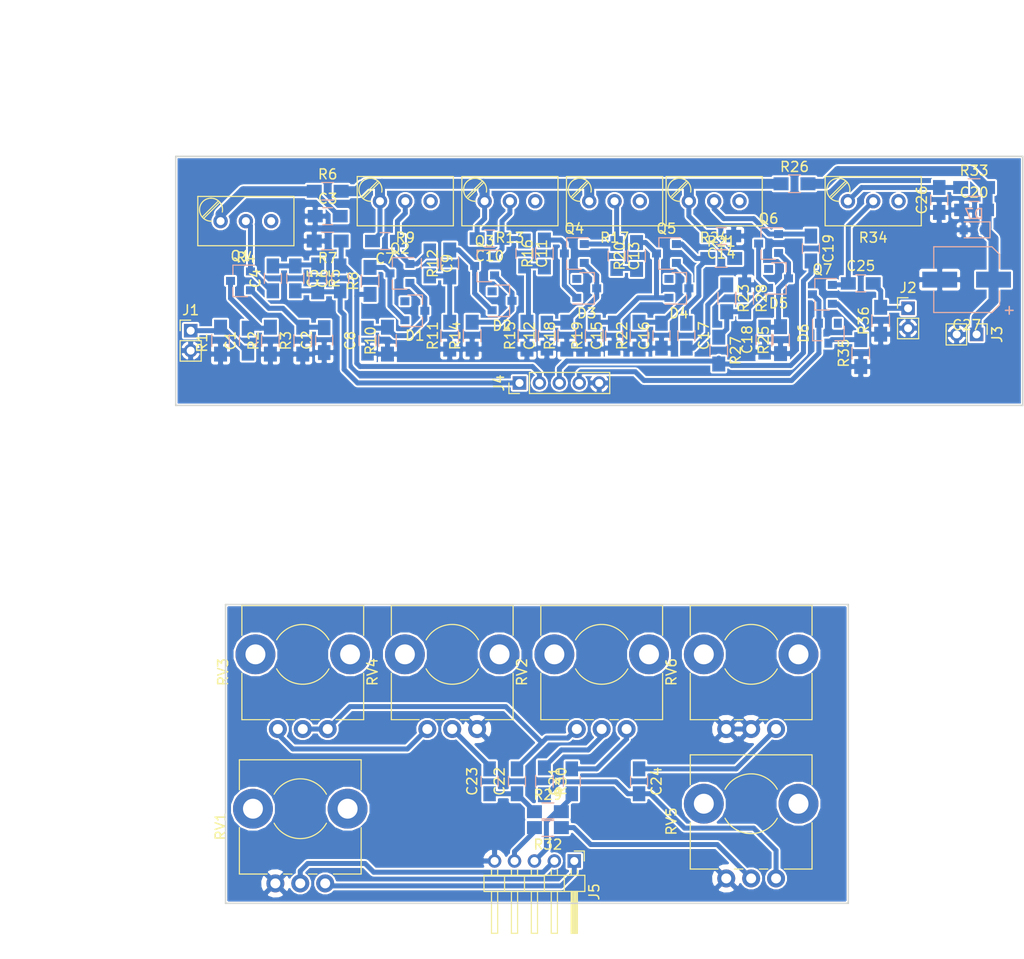
<source format=kicad_pcb>
(kicad_pcb (version 20171130) (host pcbnew "(5.1.7)-1")
  (layers (0 F.Cu signal) (31 B.Cu signal) (34 B.Paste user) (35 F.Paste user) (36 B.SilkS user) (37 F.SilkS user) (38 B.Mask user) (39 F.Mask user) (44 Edge.Cuts user))
  (net 0 "")
  (net 1 "Net-(C1-Pad1)")
  (net 2 input)
  (net 3 "Net-(C2-Pad1)")
  (net 4 GND)
  (net 5 "Net-(C3-Pad1)")
  (net 6 "Net-(C4-Pad1)")
  (net 7 "Net-(C4-Pad2)")
  (net 8 "Net-(C10-Pad1)")
  (net 9 "Net-(C7-Pad2)")
  (net 10 "Net-(C8-Pad1)")
  (net 11 "Net-(C9-Pad1)")
  (net 12 "Net-(C10-Pad2)")
  (net 13 "Net-(C11-Pad1)")
  (net 14 "Net-(C12-Pad1)")
  (net 15 "Net-(C13-Pad1)")
  (net 16 "Net-(C13-Pad2)")
  (net 17 "Net-(C15-Pad1)")
  (net 18 "Net-(C16-Pad1)")
  (net 19 "Net-(C17-Pad1)")
  (net 20 "Net-(C17-Pad2)")
  (net 21 "Net-(C18-Pad1)")
  (net 22 "Net-(C19-Pad2)")
  (net 23 power)
  (net 24 "Net-(C21-Pad1)")
  (net 25 "Net-(C22-Pad1)")
  (net 26 "Net-(C22-Pad2)")
  (net 27 "Net-(C23-Pad1)")
  (net 28 "Net-(C24-Pad1)")
  (net 29 "Net-(C24-Pad2)")
  (net 30 output)
  (net 31 "Net-(C25-Pad2)")
  (net 32 "Net-(C26-Pad1)")
  (net 33 "Net-(D1-Pad2)")
  (net 34 "Net-(D2-Pad2)")
  (net 35 "Net-(D2-Pad1)")
  (net 36 "Net-(D3-Pad2)")
  (net 37 "Net-(D5-Pad2)")
  (net 38 "Net-(D6-Pad1)")
  (net 39 "Net-(R30-Pad2)")
  (net 40 "Net-(R32-Pad2)")
  (net 41 "Net-(RV3-Pad3)")
  (net 42 /GainPin1)
  (net 43 /EQin)
  (net 44 "Net-(C21-Pad2)")
  (net 45 /EQout)
  (net 46 /GainPin2)
  (net 47 "Net-(J5-Pad1)")
  (net 48 "Net-(J5-Pad2)")
  (net 49 "Net-(J5-Pad4)")
  (net 50 GNDA)
  (module Capacitors_SMD:C_0805_HandSoldering (layer B.Cu) (at 37.25 121 270)
    (fp_text reference C1 (at 0 1.75 270) (layer F.SilkS))
    (fp_text value C)
    (pad 1 smd rect (at -1.25 0 270) (size 1.5 1.25) (layers B.Cu B.Paste B.Mask) (net 1 "Net-(C1-Pad1)"))
    (pad 2 smd rect (at 1.25 0 270) (size 1.5 1.25) (layers B.Cu B.Paste B.Mask) (net 2 input))
  )
  (module Capacitors_SMD:C_0805_HandSoldering (layer B.Cu) (at 44.9 120.95 270)
    (fp_text reference C2 (at 0 1.75 270) (layer F.SilkS))
    (fp_text value C)
    (pad 1 smd rect (at -1.25 0 270) (size 1.5 1.25) (layers B.Cu B.Paste B.Mask) (net 3 "Net-(C2-Pad1)"))
    (pad 2 smd rect (at 1.25 0 270) (size 1.5 1.25) (layers B.Cu B.Paste B.Mask) (net 4 GND))
  )
  (module Capacitors_SMD:C_0805_HandSoldering (layer B.Cu) (at 45.25 108.5 180)
    (fp_text reference C3 (at 0 1.75 180) (layer F.SilkS))
    (fp_text value C)
    (pad 1 smd rect (at -1.25 0 180) (size 1.5 1.25) (layers B.Cu B.Paste B.Mask) (net 5 "Net-(C3-Pad1)"))
    (pad 2 smd rect (at 1.25 0 180) (size 1.5 1.25) (layers B.Cu B.Paste B.Mask) (net 4 GND))
  )
  (module Capacitors_SMD:C_0805_HandSoldering (layer B.Cu) (at 39.75 114.75 270)
    (fp_text reference C4 (at 0 1.75 270) (layer F.SilkS))
    (fp_text value C)
    (pad 1 smd rect (at -1.25 0 270) (size 1.5 1.25) (layers B.Cu B.Paste B.Mask) (net 6 "Net-(C4-Pad1)"))
    (pad 2 smd rect (at 1.25 0 270) (size 1.5 1.25) (layers B.Cu B.Paste B.Mask) (net 7 "Net-(C4-Pad2)"))
  )
  (module Capacitors_SMD:C_0805_HandSoldering (layer B.Cu) (at 42 114.75 90)
    (fp_text reference C5 (at 0 1.75 90) (layer F.SilkS))
    (fp_text value C)
    (pad 1 smd rect (at -1.25 0 90) (size 1.5 1.25) (layers B.Cu B.Paste B.Mask) (net 42 /GainPin1))
    (pad 2 smd rect (at 1.25 0 90) (size 1.5 1.25) (layers B.Cu B.Paste B.Mask) (net 6 "Net-(C4-Pad1)"))
  )
  (module Capacitors_SMD:C_0805_HandSoldering (layer B.Cu) (at 46.5 114.75 270)
    (fp_text reference C6 (at 0 1.75 270) (layer F.SilkS))
    (fp_text value C)
    (pad 1 smd rect (at -1.25 0 270) (size 1.5 1.25) (layers B.Cu B.Paste B.Mask) (net 46 /GainPin2))
    (pad 2 smd rect (at 1.25 0 270) (size 1.5 1.25) (layers B.Cu B.Paste B.Mask) (net 42 /GainPin1))
  )
  (module Capacitors_SMD:C_0805_HandSoldering (layer B.Cu) (at 51 111)
    (fp_text reference C7 (at 0 1.75) (layer F.SilkS))
    (fp_text value C)
    (pad 1 smd rect (at -1.25 0) (size 1.5 1.25) (layers B.Cu B.Paste B.Mask) (net 8 "Net-(C10-Pad1)"))
    (pad 2 smd rect (at 1.25 0) (size 1.5 1.25) (layers B.Cu B.Paste B.Mask) (net 9 "Net-(C7-Pad2)"))
  )
  (module Capacitors_SMD:C_0805_HandSoldering (layer B.Cu) (at 49.25 121 270)
    (fp_text reference C8 (at 0 1.75 270) (layer F.SilkS))
    (fp_text value C)
    (pad 1 smd rect (at -1.25 0 270) (size 1.5 1.25) (layers B.Cu B.Paste B.Mask) (net 10 "Net-(C8-Pad1)"))
    (pad 2 smd rect (at 1.25 0 270) (size 1.5 1.25) (layers B.Cu B.Paste B.Mask) (net 4 GND))
  )
  (module Capacitors_SMD:C_0805_HandSoldering (layer B.Cu) (at 55.5 113.25 90)
    (fp_text reference C9 (at 0 1.75 90) (layer F.SilkS))
    (fp_text value C)
    (pad 1 smd rect (at -1.25 0 90) (size 1.5 1.25) (layers B.Cu B.Paste B.Mask) (net 11 "Net-(C9-Pad1)"))
    (pad 2 smd rect (at 1.25 0 90) (size 1.5 1.25) (layers B.Cu B.Paste B.Mask) (net 9 "Net-(C7-Pad2)"))
  )
  (module Capacitors_SMD:C_0805_HandSoldering (layer B.Cu) (at 61.5 110.75)
    (fp_text reference C10 (at 0 1.75) (layer F.SilkS))
    (fp_text value C)
    (pad 1 smd rect (at -1.25 0) (size 1.5 1.25) (layers B.Cu B.Paste B.Mask) (net 8 "Net-(C10-Pad1)"))
    (pad 2 smd rect (at 1.25 0) (size 1.5 1.25) (layers B.Cu B.Paste B.Mask) (net 12 "Net-(C10-Pad2)"))
  )
  (module Capacitors_SMD:C_0805_HandSoldering (layer B.Cu) (at 65 112.25 90)
    (fp_text reference C11 (at 0 1.75 90) (layer F.SilkS))
    (fp_text value C)
    (pad 1 smd rect (at -1.25 0 90) (size 1.5 1.25) (layers B.Cu B.Paste B.Mask) (net 13 "Net-(C11-Pad1)"))
    (pad 2 smd rect (at 1.25 0 90) (size 1.5 1.25) (layers B.Cu B.Paste B.Mask) (net 12 "Net-(C10-Pad2)"))
  )
  (module Capacitors_SMD:C_0805_HandSoldering (layer B.Cu) (at 67.25 120.5 270)
    (fp_text reference C12 (at 0 1.75 270) (layer F.SilkS))
    (fp_text value C)
    (pad 1 smd rect (at -1.25 0 270) (size 1.5 1.25) (layers B.Cu B.Paste B.Mask) (net 14 "Net-(C12-Pad1)"))
    (pad 2 smd rect (at 1.25 0 270) (size 1.5 1.25) (layers B.Cu B.Paste B.Mask) (net 4 GND))
  )
  (module Capacitors_SMD:C_0805_HandSoldering (layer B.Cu) (at 74.25 112.5 90)
    (fp_text reference C13 (at 0 1.75 90) (layer F.SilkS))
    (fp_text value C)
    (pad 1 smd rect (at -1.25 0 90) (size 1.5 1.25) (layers B.Cu B.Paste B.Mask) (net 15 "Net-(C13-Pad1)"))
    (pad 2 smd rect (at 1.25 0 90) (size 1.5 1.25) (layers B.Cu B.Paste B.Mask) (net 16 "Net-(C13-Pad2)"))
  )
  (module Capacitors_SMD:C_0805_HandSoldering (layer B.Cu) (at 84.75 110.5)
    (fp_text reference C14 (at 0 1.75) (layer F.SilkS))
    (fp_text value C)
    (pad 1 smd rect (at -1.25 0) (size 1.5 1.25) (layers B.Cu B.Paste B.Mask) (net 8 "Net-(C10-Pad1)"))
    (pad 2 smd rect (at 1.25 0) (size 1.5 1.25) (layers B.Cu B.Paste B.Mask) (net 4 GND))
  )
  (module Capacitors_SMD:C_0805_HandSoldering (layer B.Cu) (at 74 120.5 270)
    (fp_text reference C15 (at 0 1.75 270) (layer F.SilkS))
    (fp_text value C)
    (pad 1 smd rect (at -1.25 0 270) (size 1.5 1.25) (layers B.Cu B.Paste B.Mask) (net 17 "Net-(C15-Pad1)"))
    (pad 2 smd rect (at 1.25 0 270) (size 1.5 1.25) (layers B.Cu B.Paste B.Mask) (net 4 GND))
  )
  (module Capacitors_SMD:C_0805_HandSoldering (layer B.Cu) (at 78.75 120.5 270)
    (fp_text reference C16 (at 0 1.75 270) (layer F.SilkS))
    (fp_text value C)
    (pad 1 smd rect (at -1.25 0 270) (size 1.5 1.25) (layers B.Cu B.Paste B.Mask) (net 18 "Net-(C16-Pad1)"))
    (pad 2 smd rect (at 1.25 0 270) (size 1.5 1.25) (layers B.Cu B.Paste B.Mask) (net 4 GND))
  )
  (module Capacitors_SMD:C_0805_HandSoldering (layer B.Cu) (at 81.25 120.5 90)
    (fp_text reference C17 (at 0 1.75 90) (layer F.SilkS))
    (fp_text value C)
    (pad 1 smd rect (at -1.25 0 90) (size 1.5 1.25) (layers B.Cu B.Paste B.Mask) (net 19 "Net-(C17-Pad1)"))
    (pad 2 smd rect (at 1.25 0 90) (size 1.5 1.25) (layers B.Cu B.Paste B.Mask) (net 20 "Net-(C17-Pad2)"))
  )
  (module Capacitors_SMD:C_0805_HandSoldering (layer B.Cu) (at 89.1 120.9 270)
    (fp_text reference C18 (at 0 1.75 270) (layer F.SilkS))
    (fp_text value C)
    (pad 1 smd rect (at -1.25 0 270) (size 1.5 1.25) (layers B.Cu B.Paste B.Mask) (net 21 "Net-(C18-Pad1)"))
    (pad 2 smd rect (at 1.25 0 270) (size 1.5 1.25) (layers B.Cu B.Paste B.Mask) (net 4 GND))
  )
  (module Capacitors_SMD:C_0805_HandSoldering (layer B.Cu) (at 93.75 111.75 90)
    (fp_text reference C19 (at 0 1.75 90) (layer F.SilkS))
    (fp_text value C)
    (pad 1 smd rect (at -1.25 0 90) (size 1.5 1.25) (layers B.Cu B.Paste B.Mask) (net 43 /EQin))
    (pad 2 smd rect (at 1.25 0 90) (size 1.5 1.25) (layers B.Cu B.Paste B.Mask) (net 22 "Net-(C19-Pad2)"))
  )
  (module Capacitors_SMD:C_0805_HandSoldering (layer B.Cu) (at 110.125 107.875 180)
    (fp_text reference C20 (at 0 1.75 180) (layer F.SilkS))
    (fp_text value C)
    (pad 1 smd rect (at -1.25 0 180) (size 1.5 1.25) (layers B.Cu B.Paste B.Mask) (net 23 power))
    (pad 2 smd rect (at 1.25 0 180) (size 1.5 1.25) (layers B.Cu B.Paste B.Mask) (net 4 GND))
  )
  (module Capacitors_SMD:C_0805_HandSoldering (layer B.Cu) (at 69.75 165.25 270)
    (fp_text reference C21 (at 0 1.75 270) (layer F.SilkS))
    (fp_text value C)
    (pad 1 smd rect (at -1.25 0 270) (size 1.5 1.25) (layers B.Cu B.Paste B.Mask) (net 24 "Net-(C21-Pad1)"))
    (pad 2 smd rect (at 1.25 0 270) (size 1.5 1.25) (layers B.Cu B.Paste B.Mask) (net 44 "Net-(C21-Pad2)"))
  )
  (module Capacitors_SMD:C_0805_HandSoldering (layer B.Cu) (at 64.25 165.25 270)
    (fp_text reference C22 (at 0 1.75 270) (layer F.SilkS))
    (fp_text value C)
    (pad 1 smd rect (at -1.25 0 270) (size 1.5 1.25) (layers B.Cu B.Paste B.Mask) (net 25 "Net-(C22-Pad1)"))
    (pad 2 smd rect (at 1.25 0 270) (size 1.5 1.25) (layers B.Cu B.Paste B.Mask) (net 26 "Net-(C22-Pad2)"))
  )
  (module Capacitors_SMD:C_0805_HandSoldering (layer B.Cu) (at 61.5 165.25 270)
    (fp_text reference C23 (at 0 1.75 270) (layer F.SilkS))
    (fp_text value C)
    (pad 1 smd rect (at -1.25 0 270) (size 1.5 1.25) (layers B.Cu B.Paste B.Mask) (net 27 "Net-(C23-Pad1)"))
    (pad 2 smd rect (at 1.25 0 270) (size 1.5 1.25) (layers B.Cu B.Paste B.Mask) (net 26 "Net-(C22-Pad2)"))
  )
  (module Capacitors_SMD:C_0805_HandSoldering (layer B.Cu) (at 76.5 165.25 90)
    (fp_text reference C24 (at 0 1.75 90) (layer F.SilkS))
    (fp_text value C)
    (pad 1 smd rect (at -1.25 0 90) (size 1.5 1.25) (layers B.Cu B.Paste B.Mask) (net 28 "Net-(C24-Pad1)"))
    (pad 2 smd rect (at 1.25 0 90) (size 1.5 1.25) (layers B.Cu B.Paste B.Mask) (net 29 "Net-(C24-Pad2)"))
  )
  (module Capacitors_SMD:C_0805_HandSoldering (layer B.Cu) (at 98.75 115.25 180)
    (fp_text reference C25 (at 0 1.75 180) (layer F.SilkS))
    (fp_text value C)
    (pad 1 smd rect (at -1.25 0 180) (size 1.5 1.25) (layers B.Cu B.Paste B.Mask) (net 30 output))
    (pad 2 smd rect (at 1.25 0 180) (size 1.5 1.25) (layers B.Cu B.Paste B.Mask) (net 31 "Net-(C25-Pad2)"))
  )
  (module Capacitors_SMD:C_0805_HandSoldering (layer B.Cu) (at 106.625 106.875 270)
    (fp_text reference C26 (at 0 1.75 270) (layer F.SilkS))
    (fp_text value C)
    (pad 1 smd rect (at -1.25 0 270) (size 1.5 1.25) (layers B.Cu B.Paste B.Mask) (net 32 "Net-(C26-Pad1)"))
    (pad 2 smd rect (at 1.25 0 270) (size 1.5 1.25) (layers B.Cu B.Paste B.Mask) (net 4 GND))
  )
  (module Capacitors_SMD:CP_Elec_6.3x5.3 (layer B.Cu) (at 109.375 114.875 180)
    (fp_text reference C27 (at 0 -4.56 180) (layer F.SilkS))
    (fp_text value CP)
    (fp_text user + (at -4.28 -3.01 180) (layer B.SilkS) (effects (justify mirror)))
    (pad 1 smd rect (at -2.7 0) (size 3.5 1.6) (layers B.Cu B.Paste B.Mask) (net 23 power))
    (pad 2 smd rect (at 2.7 0) (size 3.5 1.6) (layers B.Cu B.Paste B.Mask) (net 4 GND))
  )
  (module Diodes_SMD:D_SOT-23_ANK (layer B.Cu) (at 54 118)
    (fp_text reference D1 (at 0 2.5) (layer F.SilkS))
    (fp_text value D_ALT)
    (pad 2 smd rect (at -1 0.95) (size 0.9 0.8) (layers B.Cu B.Paste B.Mask) (net 33 "Net-(D1-Pad2)"))
    (pad "" smd rect (at -1 -0.95) (size 0.9 0.8) (layers B.Cu B.Paste B.Mask))
    (pad 1 smd rect (at 1 0) (size 0.9 0.8) (layers B.Cu B.Paste B.Mask) (net 10 "Net-(C8-Pad1)"))
  )
  (module Diodes_SMD:D_SOT-23_ANK (layer B.Cu) (at 62.75 117)
    (fp_text reference D2 (at 0 2.5) (layer F.SilkS))
    (fp_text value D_ALT)
    (pad 2 smd rect (at -1 0.95) (size 0.9 0.8) (layers B.Cu B.Paste B.Mask) (net 34 "Net-(D2-Pad2)"))
    (pad "" smd rect (at -1 -0.95) (size 0.9 0.8) (layers B.Cu B.Paste B.Mask))
    (pad 1 smd rect (at 1 0) (size 0.9 0.8) (layers B.Cu B.Paste B.Mask) (net 35 "Net-(D2-Pad1)"))
  )
  (module Diodes_SMD:D_SOT-23_ANK (layer B.Cu) (at 71.25 115.75)
    (fp_text reference D3 (at 0 2.5) (layer F.SilkS))
    (fp_text value D_ALT)
    (pad 2 smd rect (at -1 0.95) (size 0.9 0.8) (layers B.Cu B.Paste B.Mask) (net 36 "Net-(D3-Pad2)"))
    (pad "" smd rect (at -1 -0.95) (size 0.9 0.8) (layers B.Cu B.Paste B.Mask))
    (pad 1 smd rect (at 1 0) (size 0.9 0.8) (layers B.Cu B.Paste B.Mask) (net 14 "Net-(C12-Pad1)"))
  )
  (module Diodes_SMD:D_SOT-23_ANK (layer B.Cu) (at 80.5 115.75)
    (fp_text reference D4 (at 0 2.5) (layer F.SilkS))
    (fp_text value D_ALT)
    (pad 2 smd rect (at -1 0.95) (size 0.9 0.8) (layers B.Cu B.Paste B.Mask) (net 17 "Net-(C15-Pad1)"))
    (pad "" smd rect (at -1 -0.95) (size 0.9 0.8) (layers B.Cu B.Paste B.Mask))
    (pad 1 smd rect (at 1 0) (size 0.9 0.8) (layers B.Cu B.Paste B.Mask) (net 18 "Net-(C16-Pad1)"))
  )
  (module Diodes_SMD:D_SOT-23_ANK (layer B.Cu) (at 90.5 114.75)
    (fp_text reference D5 (at 0 2.5) (layer F.SilkS))
    (fp_text value D_ALT)
    (pad 2 smd rect (at -1 0.95) (size 0.9 0.8) (layers B.Cu B.Paste B.Mask) (net 37 "Net-(D5-Pad2)"))
    (pad "" smd rect (at -1 -0.95) (size 0.9 0.8) (layers B.Cu B.Paste B.Mask))
    (pad 1 smd rect (at 1 0) (size 0.9 0.8) (layers B.Cu B.Paste B.Mask) (net 21 "Net-(C18-Pad1)"))
  )
  (module Diodes_SMD:D_SOT-23_ANK (layer B.Cu) (at 95.5 120.25 270)
    (fp_text reference D6 (at 0 2.5 270) (layer F.SilkS))
    (fp_text value D_ALT)
    (pad 2 smd rect (at -1 0.95 270) (size 0.9 0.8) (layers B.Cu B.Paste B.Mask) (net 45 /EQout))
    (pad "" smd rect (at -1 -0.95 270) (size 0.9 0.8) (layers B.Cu B.Paste B.Mask))
    (pad 1 smd rect (at 1 0 270) (size 0.9 0.8) (layers B.Cu B.Paste B.Mask) (net 38 "Net-(D6-Pad1)"))
  )
  (module Pin_Headers:Pin_Header_Straight_1x02_Pitch2.00mm (layer F.Cu) (at 31.5 120)
    (fp_text reference J1 (at 0 -2.06) (layer F.SilkS))
    (fp_text value Conn_01x02)
    (pad 1 thru_hole rect (at 0 0) (size 1.35 1.35) (drill 0.8) (layers *.Cu *.Mask) (net 2 input))
    (pad 2 thru_hole oval (at 0 2) (size 1.35 1.35) (drill 0.8) (layers *.Cu *.Mask) (net 4 GND))
  )
  (module Pin_Headers:Pin_Header_Straight_1x02_Pitch2.00mm (layer F.Cu) (at 103.5 117.75)
    (fp_text reference J2 (at 0 -2.06) (layer F.SilkS))
    (fp_text value Conn_01x02)
    (pad 1 thru_hole rect (at 0 0) (size 1.35 1.35) (drill 0.8) (layers *.Cu *.Mask) (net 30 output))
    (pad 2 thru_hole oval (at 0 2) (size 1.35 1.35) (drill 0.8) (layers *.Cu *.Mask) (net 4 GND))
  )
  (module Pin_Headers:Pin_Header_Straight_1x02_Pitch2.00mm (layer F.Cu) (at 110.375 120.375 270)
    (fp_text reference J3 (at 0 -2.06 270) (layer F.SilkS))
    (fp_text value Conn_01x02)
    (pad 1 thru_hole rect (at 0 0 270) (size 1.35 1.35) (drill 0.8) (layers *.Cu *.Mask) (net 23 power))
    (pad 2 thru_hole oval (at 0 2 270) (size 1.35 1.35) (drill 0.8) (layers *.Cu *.Mask) (net 4 GND))
  )
  (module TO_SOT_Packages_SMD:SOT-23 (layer B.Cu) (at 36.5 115 180)
    (fp_text reference Q1 (at 0 2.5 180) (layer F.SilkS))
    (fp_text value Q_NJFET_DSG)
    (pad 1 smd rect (at -1 0.95 180) (size 0.9 0.8) (layers B.Cu B.Paste B.Mask) (net 7 "Net-(C4-Pad2)"))
    (pad 2 smd rect (at -1 -0.95 180) (size 0.9 0.8) (layers B.Cu B.Paste B.Mask) (net 3 "Net-(C2-Pad1)"))
    (pad 3 smd rect (at 1 0 180) (size 0.9 0.8) (layers B.Cu B.Paste B.Mask) (net 1 "Net-(C1-Pad1)"))
  )
  (module TO_SOT_Packages_SMD:SOT-23 (layer B.Cu) (at 52.5 114.25 180)
    (fp_text reference Q2 (at 0 2.5 180) (layer F.SilkS))
    (fp_text value Q_NJFET_DSG)
    (pad 1 smd rect (at -1 0.95 180) (size 0.9 0.8) (layers B.Cu B.Paste B.Mask) (net 9 "Net-(C7-Pad2)"))
    (pad 2 smd rect (at -1 -0.95 180) (size 0.9 0.8) (layers B.Cu B.Paste B.Mask) (net 10 "Net-(C8-Pad1)"))
    (pad 3 smd rect (at 1 0 180) (size 0.9 0.8) (layers B.Cu B.Paste B.Mask) (net 33 "Net-(D1-Pad2)"))
  )
  (module TO_SOT_Packages_SMD:SOT-23 (layer B.Cu) (at 61 113.5 180)
    (fp_text reference Q3 (at 0 2.5 180) (layer F.SilkS))
    (fp_text value Q_NJFET_DSG)
    (pad 1 smd rect (at -1 0.95 180) (size 0.9 0.8) (layers B.Cu B.Paste B.Mask) (net 12 "Net-(C10-Pad2)"))
    (pad 2 smd rect (at -1 -0.95 180) (size 0.9 0.8) (layers B.Cu B.Paste B.Mask) (net 35 "Net-(D2-Pad1)"))
    (pad 3 smd rect (at 1 0 180) (size 0.9 0.8) (layers B.Cu B.Paste B.Mask) (net 34 "Net-(D2-Pad2)"))
  )
  (module TO_SOT_Packages_SMD:SOT-23 (layer B.Cu) (at 70 112.25 180)
    (fp_text reference Q4 (at 0 2.5 180) (layer F.SilkS))
    (fp_text value Q_NJFET_DSG)
    (pad 1 smd rect (at -1 0.95 180) (size 0.9 0.8) (layers B.Cu B.Paste B.Mask) (net 16 "Net-(C13-Pad2)"))
    (pad 2 smd rect (at -1 -0.95 180) (size 0.9 0.8) (layers B.Cu B.Paste B.Mask) (net 14 "Net-(C12-Pad1)"))
    (pad 3 smd rect (at 1 0 180) (size 0.9 0.8) (layers B.Cu B.Paste B.Mask) (net 36 "Net-(D3-Pad2)"))
  )
  (module TO_SOT_Packages_SMD:SOT-23 (layer B.Cu) (at 79.25 112.25 180)
    (fp_text reference Q5 (at 0 2.5 180) (layer F.SilkS))
    (fp_text value Q_NJFET_DSG)
    (pad 1 smd rect (at -1 0.95 180) (size 0.9 0.8) (layers B.Cu B.Paste B.Mask) (net 20 "Net-(C17-Pad2)"))
    (pad 2 smd rect (at -1 -0.95 180) (size 0.9 0.8) (layers B.Cu B.Paste B.Mask) (net 18 "Net-(C16-Pad1)"))
    (pad 3 smd rect (at 1 0 180) (size 0.9 0.8) (layers B.Cu B.Paste B.Mask) (net 17 "Net-(C15-Pad1)"))
  )
  (module TO_SOT_Packages_SMD:SOT-23 (layer B.Cu) (at 89.5 111.25 180)
    (fp_text reference Q6 (at 0 2.5 180) (layer F.SilkS))
    (fp_text value Q_NJFET_DSG)
    (pad 1 smd rect (at -1 0.95 180) (size 0.9 0.8) (layers B.Cu B.Paste B.Mask) (net 22 "Net-(C19-Pad2)"))
    (pad 2 smd rect (at -1 -0.95 180) (size 0.9 0.8) (layers B.Cu B.Paste B.Mask) (net 21 "Net-(C18-Pad1)"))
    (pad 3 smd rect (at 1 0 180) (size 0.9 0.8) (layers B.Cu B.Paste B.Mask) (net 37 "Net-(D5-Pad2)"))
  )
  (module TO_SOT_Packages_SMD:SOT-23 (layer B.Cu) (at 94.9 116.35 180)
    (fp_text reference Q7 (at 0 2.5 180) (layer F.SilkS))
    (fp_text value Q_NJFET_DSG)
    (pad 1 smd rect (at -1 0.95 180) (size 0.9 0.8) (layers B.Cu B.Paste B.Mask) (net 31 "Net-(C25-Pad2)"))
    (pad 2 smd rect (at -1 -0.95 180) (size 0.9 0.8) (layers B.Cu B.Paste B.Mask) (net 38 "Net-(D6-Pad1)"))
    (pad 3 smd rect (at 1 0 180) (size 0.9 0.8) (layers B.Cu B.Paste B.Mask) (net 45 /EQout))
  )
  (module Resistors_SMD:R_0805_HandSoldering (layer B.Cu) (at 34.5 121 270)
    (fp_text reference R1 (at 0.22633 1.851329 270) (layer F.SilkS))
    (fp_text value R)
    (pad 1 smd rect (at -1.35 0 270) (size 1.5 1.3) (layers B.Cu B.Paste B.Mask) (net 2 input))
    (pad 2 smd rect (at 1.35 0 270) (size 1.5 1.3) (layers B.Cu B.Paste B.Mask) (net 4 GND))
  )
  (module Resistors_SMD:R_0805_HandSoldering (layer B.Cu) (at 39.5 121 270)
    (fp_text reference R2 (at 0 1.7 270) (layer F.SilkS))
    (fp_text value R)
    (pad 1 smd rect (at -1.35 0 270) (size 1.5 1.3) (layers B.Cu B.Paste B.Mask) (net 1 "Net-(C1-Pad1)"))
    (pad 2 smd rect (at 1.35 0 270) (size 1.5 1.3) (layers B.Cu B.Paste B.Mask) (net 4 GND))
  )
  (module Resistors_SMD:R_0805_HandSoldering (layer B.Cu) (at 42.75 121 270)
    (fp_text reference R3 (at 0 1.7 270) (layer F.SilkS))
    (fp_text value R)
    (pad 1 smd rect (at -1.35 0 270) (size 1.5 1.3) (layers B.Cu B.Paste B.Mask) (net 3 "Net-(C2-Pad1)"))
    (pad 2 smd rect (at 1.35 0 270) (size 1.5 1.3) (layers B.Cu B.Paste B.Mask) (net 4 GND))
  )
  (module Potentiometers:Potentiometer_Trimmer_Bourns_3296W (layer F.Cu) (at 34.5 109 180)
    (fp_text reference R4 (at -2.54 -3.66 180) (layer F.SilkS))
    (fp_text value RTRIM)
    (pad 1 thru_hole circle (at 0 0 180) (size 1.44 1.44) (drill 0.8) (layers *.Cu *.Mask) (net 5 "Net-(C3-Pad1)"))
    (pad 2 thru_hole circle (at -2.54 0 180) (size 1.44 1.44) (drill 0.8) (layers *.Cu *.Mask) (net 7 "Net-(C4-Pad2)"))
    (pad 3 thru_hole circle (at -5.08 0 180) (size 1.44 1.44) (drill 0.8) (layers *.Cu *.Mask))
  )
  (module Resistors_SMD:R_0805_HandSoldering (layer B.Cu) (at 44.25 114.75 90)
    (fp_text reference R5 (at 0 1.7 90) (layer F.SilkS))
    (fp_text value R)
    (pad 1 smd rect (at -1.35 0 90) (size 1.5 1.3) (layers B.Cu B.Paste B.Mask) (net 42 /GainPin1))
    (pad 2 smd rect (at 1.35 0 90) (size 1.5 1.3) (layers B.Cu B.Paste B.Mask) (net 6 "Net-(C4-Pad1)"))
  )
  (module Resistors_SMD:R_0805_HandSoldering (layer B.Cu) (at 45.25 106 180)
    (fp_text reference R6 (at 0 1.7 180) (layer F.SilkS))
    (fp_text value R)
    (pad 1 smd rect (at -1.35 0 180) (size 1.5 1.3) (layers B.Cu B.Paste B.Mask) (net 8 "Net-(C10-Pad1)"))
    (pad 2 smd rect (at 1.35 0 180) (size 1.5 1.3) (layers B.Cu B.Paste B.Mask) (net 5 "Net-(C3-Pad1)"))
  )
  (module Resistors_SMD:R_0805_HandSoldering (layer B.Cu) (at 45.25 111)
    (fp_text reference R7 (at 0 1.7) (layer F.SilkS))
    (fp_text value R)
    (pad 1 smd rect (at -1.35 0) (size 1.5 1.3) (layers B.Cu B.Paste B.Mask) (net 4 GND))
    (pad 2 smd rect (at 1.35 0) (size 1.5 1.3) (layers B.Cu B.Paste B.Mask) (net 46 /GainPin2))
  )
  (module Resistors_SMD:R_0805_HandSoldering (layer B.Cu) (at 49.5 115 270)
    (fp_text reference R8 (at 0 1.7 270) (layer F.SilkS))
    (fp_text value R)
    (pad 1 smd rect (at -1.35 0 270) (size 1.5 1.3) (layers B.Cu B.Paste B.Mask) (net 33 "Net-(D1-Pad2)"))
    (pad 2 smd rect (at 1.35 0 270) (size 1.5 1.3) (layers B.Cu B.Paste B.Mask) (net 46 /GainPin2))
  )
  (module Potentiometers:Potentiometer_Trimmer_Bourns_3296W (layer F.Cu) (at 50.5 107 180)
    (fp_text reference R9 (at -2.54 -3.66 180) (layer F.SilkS))
    (fp_text value RTRIM)
    (pad 1 thru_hole circle (at 0 0 180) (size 1.44 1.44) (drill 0.8) (layers *.Cu *.Mask) (net 8 "Net-(C10-Pad1)"))
    (pad 2 thru_hole circle (at -2.54 0 180) (size 1.44 1.44) (drill 0.8) (layers *.Cu *.Mask) (net 9 "Net-(C7-Pad2)"))
    (pad 3 thru_hole circle (at -5.08 0 180) (size 1.44 1.44) (drill 0.8) (layers *.Cu *.Mask))
  )
  (module Resistors_SMD:R_0805_HandSoldering (layer B.Cu) (at 51.25 121 270)
    (fp_text reference R10 (at 0 1.7 270) (layer F.SilkS))
    (fp_text value R)
    (pad 1 smd rect (at -1.35 0 270) (size 1.5 1.3) (layers B.Cu B.Paste B.Mask) (net 10 "Net-(C8-Pad1)"))
    (pad 2 smd rect (at 1.35 0 270) (size 1.5 1.3) (layers B.Cu B.Paste B.Mask) (net 4 GND))
  )
  (module Resistors_SMD:R_0805_HandSoldering (layer B.Cu) (at 57.5 120.5 270)
    (fp_text reference R11 (at 0 1.7 270) (layer F.SilkS))
    (fp_text value R)
    (pad 1 smd rect (at -1.35 0 270) (size 1.5 1.3) (layers B.Cu B.Paste B.Mask) (net 11 "Net-(C9-Pad1)"))
    (pad 2 smd rect (at 1.35 0 270) (size 1.5 1.3) (layers B.Cu B.Paste B.Mask) (net 4 GND))
  )
  (module Resistors_SMD:R_0805_HandSoldering (layer B.Cu) (at 57.5 113.25 270)
    (fp_text reference R12 (at 0 1.7 270) (layer F.SilkS))
    (fp_text value R)
    (pad 1 smd rect (at -1.35 0 270) (size 1.5 1.3) (layers B.Cu B.Paste B.Mask) (net 34 "Net-(D2-Pad2)"))
    (pad 2 smd rect (at 1.35 0 270) (size 1.5 1.3) (layers B.Cu B.Paste B.Mask) (net 11 "Net-(C9-Pad1)"))
  )
  (module Potentiometers:Potentiometer_Trimmer_Bourns_3296W (layer F.Cu) (at 61 107 180)
    (fp_text reference R13 (at -2.54 -3.66 180) (layer F.SilkS))
    (fp_text value RTRIM)
    (pad 1 thru_hole circle (at 0 0 180) (size 1.44 1.44) (drill 0.8) (layers *.Cu *.Mask) (net 8 "Net-(C10-Pad1)"))
    (pad 2 thru_hole circle (at -2.54 0 180) (size 1.44 1.44) (drill 0.8) (layers *.Cu *.Mask) (net 12 "Net-(C10-Pad2)"))
    (pad 3 thru_hole circle (at -5.08 0 180) (size 1.44 1.44) (drill 0.8) (layers *.Cu *.Mask))
  )
  (module Resistors_SMD:R_0805_HandSoldering (layer B.Cu) (at 59.75 120.5 270)
    (fp_text reference R14 (at 0 1.7 270) (layer F.SilkS))
    (fp_text value R)
    (pad 1 smd rect (at -1.35 0 270) (size 1.5 1.3) (layers B.Cu B.Paste B.Mask) (net 35 "Net-(D2-Pad1)"))
    (pad 2 smd rect (at 1.35 0 270) (size 1.5 1.3) (layers B.Cu B.Paste B.Mask) (net 4 GND))
  )
  (module Resistors_SMD:R_0805_HandSoldering (layer B.Cu) (at 65.25 120.5 270)
    (fp_text reference R15 (at 0 1.7 270) (layer F.SilkS))
    (fp_text value R)
    (pad 1 smd rect (at -1.35 0 270) (size 1.5 1.3) (layers B.Cu B.Paste B.Mask) (net 13 "Net-(C11-Pad1)"))
    (pad 2 smd rect (at 1.35 0 270) (size 1.5 1.3) (layers B.Cu B.Paste B.Mask) (net 4 GND))
  )
  (module Resistors_SMD:R_0805_HandSoldering (layer B.Cu) (at 67 112.25 270)
    (fp_text reference R16 (at 0 1.7 270) (layer F.SilkS))
    (fp_text value R)
    (pad 1 smd rect (at -1.35 0 270) (size 1.5 1.3) (layers B.Cu B.Paste B.Mask) (net 36 "Net-(D3-Pad2)"))
    (pad 2 smd rect (at 1.35 0 270) (size 1.5 1.3) (layers B.Cu B.Paste B.Mask) (net 13 "Net-(C11-Pad1)"))
  )
  (module Potentiometers:Potentiometer_Trimmer_Bourns_3296W (layer F.Cu) (at 71.5 107 180)
    (fp_text reference R17 (at -2.54 -3.66 180) (layer F.SilkS))
    (fp_text value RTRIM)
    (pad 1 thru_hole circle (at 0 0 180) (size 1.44 1.44) (drill 0.8) (layers *.Cu *.Mask) (net 8 "Net-(C10-Pad1)"))
    (pad 2 thru_hole circle (at -2.54 0 180) (size 1.44 1.44) (drill 0.8) (layers *.Cu *.Mask) (net 16 "Net-(C13-Pad2)"))
    (pad 3 thru_hole circle (at -5.08 0 180) (size 1.44 1.44) (drill 0.8) (layers *.Cu *.Mask))
  )
  (module Resistors_SMD:R_0805_HandSoldering (layer B.Cu) (at 69.25 120.5 270)
    (fp_text reference R18 (at 0 1.7 270) (layer F.SilkS))
    (fp_text value R)
    (pad 1 smd rect (at -1.35 0 270) (size 1.5 1.3) (layers B.Cu B.Paste B.Mask) (net 14 "Net-(C12-Pad1)"))
    (pad 2 smd rect (at 1.35 0 270) (size 1.5 1.3) (layers B.Cu B.Paste B.Mask) (net 4 GND))
  )
  (module Resistors_SMD:R_0805_HandSoldering (layer B.Cu) (at 72 120.5 270)
    (fp_text reference R19 (at 0 1.7 270) (layer F.SilkS))
    (fp_text value R)
    (pad 1 smd rect (at -1.35 0 270) (size 1.5 1.3) (layers B.Cu B.Paste B.Mask) (net 17 "Net-(C15-Pad1)"))
    (pad 2 smd rect (at 1.35 0 270) (size 1.5 1.3) (layers B.Cu B.Paste B.Mask) (net 4 GND))
  )
  (module Resistors_SMD:R_0805_HandSoldering (layer B.Cu) (at 76.25 112.5 270)
    (fp_text reference R20 (at 0 1.7 270) (layer F.SilkS))
    (fp_text value R)
    (pad 1 smd rect (at -1.35 0 270) (size 1.5 1.3) (layers B.Cu B.Paste B.Mask) (net 17 "Net-(C15-Pad1)"))
    (pad 2 smd rect (at 1.35 0 270) (size 1.5 1.3) (layers B.Cu B.Paste B.Mask) (net 15 "Net-(C13-Pad1)"))
  )
  (module Resistors_SMD:R_0805_HandSoldering (layer B.Cu) (at 84.75 112.75 180)
    (fp_text reference R21 (at 0 1.7 180) (layer F.SilkS))
    (fp_text value R)
    (pad 1 smd rect (at -1.35 0 180) (size 1.5 1.3) (layers B.Cu B.Paste B.Mask) (net 8 "Net-(C10-Pad1)"))
    (pad 2 smd rect (at 1.35 0 180) (size 1.5 1.3) (layers B.Cu B.Paste B.Mask) (net 20 "Net-(C17-Pad2)"))
  )
  (module Resistors_SMD:R_0805_HandSoldering (layer B.Cu) (at 76.5 120.5 270)
    (fp_text reference R22 (at 0 1.7 270) (layer F.SilkS))
    (fp_text value R)
    (pad 1 smd rect (at -1.35 0 270) (size 1.5 1.3) (layers B.Cu B.Paste B.Mask) (net 18 "Net-(C16-Pad1)"))
    (pad 2 smd rect (at 1.35 0 270) (size 1.5 1.3) (layers B.Cu B.Paste B.Mask) (net 4 GND))
  )
  (module Resistors_SMD:R_0805_HandSoldering (layer B.Cu) (at 85.3 116.75 90)
    (fp_text reference R23 (at 0 1.7 90) (layer F.SilkS))
    (fp_text value R)
    (pad 1 smd rect (at -1.35 0 90) (size 1.5 1.3) (layers B.Cu B.Paste B.Mask) (net 37 "Net-(D5-Pad2)"))
    (pad 2 smd rect (at 1.35 0 90) (size 1.5 1.3) (layers B.Cu B.Paste B.Mask) (net 19 "Net-(C17-Pad1)"))
  )
  (module Potentiometers:Potentiometer_Trimmer_Bourns_3296W (layer F.Cu) (at 81.5 107 180)
    (fp_text reference R24 (at -2.54 -3.66 180) (layer F.SilkS))
    (fp_text value RTRIM)
    (pad 1 thru_hole circle (at 0 0 180) (size 1.44 1.44) (drill 0.8) (layers *.Cu *.Mask) (net 8 "Net-(C10-Pad1)"))
    (pad 2 thru_hole circle (at -2.54 0 180) (size 1.44 1.44) (drill 0.8) (layers *.Cu *.Mask) (net 22 "Net-(C19-Pad2)"))
    (pad 3 thru_hole circle (at -5.08 0 180) (size 1.44 1.44) (drill 0.8) (layers *.Cu *.Mask))
  )
  (module Resistors_SMD:R_0805_HandSoldering (layer B.Cu) (at 90.7 120.95 270)
    (fp_text reference R25 (at 0 1.7 270) (layer F.SilkS))
    (fp_text value R)
    (pad 1 smd rect (at -1.35 0 270) (size 1.5 1.3) (layers B.Cu B.Paste B.Mask) (net 21 "Net-(C18-Pad1)"))
    (pad 2 smd rect (at 1.35 0 270) (size 1.5 1.3) (layers B.Cu B.Paste B.Mask) (net 4 GND))
  )
  (module Resistors_SMD:R_0805_HandSoldering (layer B.Cu) (at 92.1 105.25 180)
    (fp_text reference R26 (at 0 1.7 180) (layer F.SilkS))
    (fp_text value R)
    (pad 1 smd rect (at -1.35 0 180) (size 1.5 1.3) (layers B.Cu B.Paste B.Mask) (net 23 power))
    (pad 2 smd rect (at 1.35 0 180) (size 1.5 1.3) (layers B.Cu B.Paste B.Mask) (net 8 "Net-(C10-Pad1)"))
  )
  (module Resistors_SMD:R_0805_HandSoldering (layer B.Cu) (at 84.5 122 90)
    (fp_text reference R27 (at 0 1.7 90) (layer F.SilkS))
    (fp_text value R)
    (pad 1 smd rect (at -1.35 0 90) (size 1.5 1.3) (layers B.Cu B.Paste B.Mask) (net 43 /EQin))
    (pad 2 smd rect (at 1.35 0 90) (size 1.5 1.3) (layers B.Cu B.Paste B.Mask) (net 37 "Net-(D5-Pad2)"))
  )
  (module Resistors_SMD:R_0805_HandSoldering (layer B.Cu) (at 87.1 116.75 90)
    (fp_text reference R28 (at 0 1.7 90) (layer F.SilkS))
    (fp_text value R)
    (pad 1 smd rect (at -1.35 0 90) (size 1.5 1.3) (layers B.Cu B.Paste B.Mask) (net 37 "Net-(D5-Pad2)"))
    (pad 2 smd rect (at 1.35 0 90) (size 1.5 1.3) (layers B.Cu B.Paste B.Mask) (net 4 GND))
  )
  (module Resistors_SMD:R_0805_HandSoldering (layer B.Cu) (at 67.35 168.3 180)
    (fp_text reference R29 (at 0 1.7 180) (layer F.SilkS))
    (fp_text value R)
    (pad 1 smd rect (at -1.35 0 180) (size 1.5 1.3) (layers B.Cu B.Paste B.Mask) (net 44 "Net-(C21-Pad2)"))
    (pad 2 smd rect (at 1.35 0 180) (size 1.5 1.3) (layers B.Cu B.Paste B.Mask) (net 26 "Net-(C22-Pad2)"))
  )
  (module Resistors_SMD:R_0805_HandSoldering (layer B.Cu) (at 67 165.25 90)
    (fp_text reference R30 (at 0 1.7 90) (layer F.SilkS))
    (fp_text value R)
    (pad 1 smd rect (at -1.35 0 90) (size 1.5 1.3) (layers B.Cu B.Paste B.Mask) (net 28 "Net-(C24-Pad1)"))
    (pad 2 smd rect (at 1.35 0 90) (size 1.5 1.3) (layers B.Cu B.Paste B.Mask) (net 39 "Net-(R30-Pad2)"))
  )
  (module Resistors_SMD:R_0805_HandSoldering (layer B.Cu) (at 67.35 169.9)
    (fp_text reference R32 (at 0 1.7) (layer F.SilkS))
    (fp_text value R)
    (pad 1 smd rect (at -1.35 0) (size 1.5 1.3) (layers B.Cu B.Paste B.Mask) (net 49 "Net-(J5-Pad4)"))
    (pad 2 smd rect (at 1.35 0) (size 1.5 1.3) (layers B.Cu B.Paste B.Mask) (net 40 "Net-(R32-Pad2)"))
  )
  (module Resistors_SMD:R_0805_HandSoldering (layer B.Cu) (at 110.125 105.625 180)
    (fp_text reference R33 (at 0 1.7 180) (layer F.SilkS))
    (fp_text value R)
    (pad 1 smd rect (at -1.35 0 180) (size 1.5 1.3) (layers B.Cu B.Paste B.Mask) (net 23 power))
    (pad 2 smd rect (at 1.35 0 180) (size 1.5 1.3) (layers B.Cu B.Paste B.Mask) (net 32 "Net-(C26-Pad1)"))
  )
  (module Potentiometers:Potentiometer_Trimmer_Bourns_3296W (layer F.Cu) (at 97.46 107 180)
    (fp_text reference R34 (at -2.54 -3.66 180) (layer F.SilkS))
    (fp_text value RTRIM)
    (pad 1 thru_hole circle (at 0 0 180) (size 1.44 1.44) (drill 0.8) (layers *.Cu *.Mask) (net 32 "Net-(C26-Pad1)"))
    (pad 2 thru_hole circle (at -2.54 0 180) (size 1.44 1.44) (drill 0.8) (layers *.Cu *.Mask) (net 31 "Net-(C25-Pad2)"))
    (pad 3 thru_hole circle (at -5.08 0 180) (size 1.44 1.44) (drill 0.8) (layers *.Cu *.Mask))
  )
  (module Resistors_SMD:R_0805_HandSoldering (layer B.Cu) (at 98.75 122.25 270)
    (fp_text reference R35 (at 0 1.7 270) (layer F.SilkS))
    (fp_text value R)
    (pad 1 smd rect (at -1.35 0 270) (size 1.5 1.3) (layers B.Cu B.Paste B.Mask) (net 38 "Net-(D6-Pad1)"))
    (pad 2 smd rect (at 1.35 0 270) (size 1.5 1.3) (layers B.Cu B.Paste B.Mask) (net 4 GND))
  )
  (module Resistors_SMD:R_0805_HandSoldering (layer B.Cu) (at 100.75 119 270)
    (fp_text reference R36 (at 0 1.7 270) (layer F.SilkS))
    (fp_text value R)
    (pad 1 smd rect (at -1.35 0 270) (size 1.5 1.3) (layers B.Cu B.Paste B.Mask) (net 30 output))
    (pad 2 smd rect (at 1.35 0 270) (size 1.5 1.3) (layers B.Cu B.Paste B.Mask) (net 4 GND))
  )
  (module Potentiometers:Potentiometer_Alps_RK09L_Sleve_Single_Horizontal (layer F.Cu) (at 45 175.5 90)
    (fp_text reference RV1 (at 5.725 -10.5 90) (layer F.SilkS))
    (fp_text value POT)
    (pad 3 thru_hole circle (at 0 -5 90) (size 1.8 1.8) (drill 1) (layers *.Cu *.Mask) (net 50 GNDA))
    (pad 2 thru_hole circle (at 0 -2.5 90) (size 1.8 1.8) (drill 1) (layers *.Cu *.Mask) (net 48 "Net-(J5-Pad2)"))
    (pad 1 thru_hole circle (at 0 0 90) (size 1.8 1.8) (drill 1) (layers *.Cu *.Mask) (net 47 "Net-(J5-Pad1)"))
    (pad 0 np_thru_hole circle (at 7.5 -7.25 90) (size 4 4) (drill 2) (layers *.Cu *.Mask))
    (pad 0 np_thru_hole circle (at 7.5 2.25 90) (size 4 4) (drill 2) (layers *.Cu *.Mask))
  )
  (module Potentiometers:Potentiometer_Alps_RK09L_Sleve_Single_Horizontal (layer F.Cu) (at 75.25 160 90)
    (fp_text reference RV2 (at 5.725 -10.5 90) (layer F.SilkS))
    (fp_text value treble)
    (pad 3 thru_hole circle (at 0 -5 90) (size 1.8 1.8) (drill 1) (layers *.Cu *.Mask) (net 25 "Net-(C22-Pad1)"))
    (pad 2 thru_hole circle (at 0 -2.5 90) (size 1.8 1.8) (drill 1) (layers *.Cu *.Mask) (net 39 "Net-(R30-Pad2)"))
    (pad 1 thru_hole circle (at 0 0 90) (size 1.8 1.8) (drill 1) (layers *.Cu *.Mask) (net 24 "Net-(C21-Pad1)"))
    (pad 0 np_thru_hole circle (at 7.5 -7.25 90) (size 4 4) (drill 2) (layers *.Cu *.Mask))
    (pad 0 np_thru_hole circle (at 7.5 2.25 90) (size 4 4) (drill 2) (layers *.Cu *.Mask))
  )
  (module Potentiometers:Potentiometer_Alps_RK09L_Sleve_Single_Horizontal (layer F.Cu) (at 45.25 160 90)
    (fp_text reference RV3 (at 5.725 -10.5 90) (layer F.SilkS))
    (fp_text value bass)
    (pad 3 thru_hole circle (at 0 -5 90) (size 1.8 1.8) (drill 1) (layers *.Cu *.Mask) (net 41 "Net-(RV3-Pad3)"))
    (pad 2 thru_hole circle (at 0 -2.5 90) (size 1.8 1.8) (drill 1) (layers *.Cu *.Mask) (net 25 "Net-(C22-Pad1)"))
    (pad 1 thru_hole circle (at 0 0 90) (size 1.8 1.8) (drill 1) (layers *.Cu *.Mask) (net 25 "Net-(C22-Pad1)"))
    (pad 0 np_thru_hole circle (at 7.5 -7.25 90) (size 4 4) (drill 2) (layers *.Cu *.Mask))
    (pad 0 np_thru_hole circle (at 7.5 2.25 90) (size 4 4) (drill 2) (layers *.Cu *.Mask))
  )
  (module Potentiometers:Potentiometer_Alps_RK09L_Sleve_Single_Horizontal (layer F.Cu) (at 60.25 160 90)
    (fp_text reference RV4 (at 5.725 -10.5 90) (layer F.SilkS))
    (fp_text value mid)
    (pad 3 thru_hole circle (at 0 -5 90) (size 1.8 1.8) (drill 1) (layers *.Cu *.Mask) (net 41 "Net-(RV3-Pad3)"))
    (pad 2 thru_hole circle (at 0 -2.5 90) (size 1.8 1.8) (drill 1) (layers *.Cu *.Mask) (net 27 "Net-(C23-Pad1)"))
    (pad 1 thru_hole circle (at 0 0 90) (size 1.8 1.8) (drill 1) (layers *.Cu *.Mask) (net 50 GNDA))
    (pad 0 np_thru_hole circle (at 7.5 -7.25 90) (size 4 4) (drill 2) (layers *.Cu *.Mask))
    (pad 0 np_thru_hole circle (at 7.5 2.25 90) (size 4 4) (drill 2) (layers *.Cu *.Mask))
  )
  (module Potentiometers:Potentiometer_Alps_RK09L_Sleve_Single_Horizontal (layer F.Cu) (at 90.25 175 90)
    (fp_text reference RV5 (at 5.725 -10.5 90) (layer F.SilkS))
    (fp_text value level)
    (pad 3 thru_hole circle (at 0 -5 90) (size 1.8 1.8) (drill 1) (layers *.Cu *.Mask) (net 50 GNDA))
    (pad 2 thru_hole circle (at 0 -2.5 90) (size 1.8 1.8) (drill 1) (layers *.Cu *.Mask) (net 40 "Net-(R32-Pad2)"))
    (pad 1 thru_hole circle (at 0 0 90) (size 1.8 1.8) (drill 1) (layers *.Cu *.Mask) (net 28 "Net-(C24-Pad1)"))
    (pad 0 np_thru_hole circle (at 7.5 -7.25 90) (size 4 4) (drill 2) (layers *.Cu *.Mask))
    (pad 0 np_thru_hole circle (at 7.5 2.25 90) (size 4 4) (drill 2) (layers *.Cu *.Mask))
  )
  (module Potentiometers:Potentiometer_Alps_RK09L_Sleve_Single_Horizontal (layer F.Cu) (at 90.25 160 90)
    (fp_text reference RV6 (at 5.725 -10.5 90) (layer F.SilkS))
    (fp_text value hi)
    (pad 3 thru_hole circle (at 0 -5 90) (size 1.8 1.8) (drill 1) (layers *.Cu *.Mask) (net 50 GNDA))
    (pad 2 thru_hole circle (at 0 -2.5 90) (size 1.8 1.8) (drill 1) (layers *.Cu *.Mask) (net 50 GNDA))
    (pad 1 thru_hole circle (at 0 0 90) (size 1.8 1.8) (drill 1) (layers *.Cu *.Mask) (net 29 "Net-(C24-Pad2)"))
    (pad 0 np_thru_hole circle (at 7.5 -7.25 90) (size 4 4) (drill 2) (layers *.Cu *.Mask))
    (pad 0 np_thru_hole circle (at 7.5 2.25 90) (size 4 4) (drill 2) (layers *.Cu *.Mask))
  )
  (module Diodes_SMD:D_0805 (layer B.Cu) (at 110.125 109.875 180)
    (fp_text reference D7 (at 0 1.6 180) (layer B.SilkS) (effects (justify mirror)))
    (fp_text value D_ALT)
    (pad 1 smd rect (at -1.05 0 180) (size 0.8 0.9) (layers B.Cu B.Paste B.Mask) (net 23 power))
    (pad 2 smd rect (at 1.05 0 180) (size 0.8 0.9) (layers B.Cu B.Paste B.Mask) (net 4 GND))
  )
  (module Socket_Strips:Socket_Strip_Straight_1x05_Pitch2.00mm (layer F.Cu) (at 64.5 125.25 90)
    (fp_text reference J4 (at 0 -2.06 90) (layer F.SilkS))
    (fp_text value Conn_01x05_Female)
    (pad 1 thru_hole rect (at 0 0 90) (size 1.35 1.35) (drill 0.8) (layers *.Cu *.Mask) (net 42 /GainPin1))
    (pad 2 thru_hole oval (at 0 2 90) (size 1.35 1.35) (drill 0.8) (layers *.Cu *.Mask) (net 46 /GainPin2))
    (pad 3 thru_hole oval (at 0 4 90) (size 1.35 1.35) (drill 0.8) (layers *.Cu *.Mask) (net 43 /EQin))
    (pad 4 thru_hole oval (at 0 6 90) (size 1.35 1.35) (drill 0.8) (layers *.Cu *.Mask) (net 45 /EQout))
    (pad 5 thru_hole oval (at 0 8 90) (size 1.35 1.35) (drill 0.8) (layers *.Cu *.Mask) (net 4 GND))
  )
  (module Pin_Headers:Pin_Header_Angled_1x05_Pitch2.00mm (layer F.Cu) (at 70 173.25 270)
    (fp_text reference J5 (at 3.1 -2 270) (layer F.SilkS))
    (fp_text value Conn_01x05_Male)
    (pad 1 thru_hole rect (at 0 0 270) (size 1.35 1.35) (drill 0.8) (layers *.Cu *.Mask) (net 47 "Net-(J5-Pad1)"))
    (pad 2 thru_hole oval (at 0 2 270) (size 1.35 1.35) (drill 0.8) (layers *.Cu *.Mask) (net 48 "Net-(J5-Pad2)"))
    (pad 3 thru_hole oval (at 0 4 270) (size 1.35 1.35) (drill 0.8) (layers *.Cu *.Mask) (net 44 "Net-(C21-Pad2)"))
    (pad 4 thru_hole oval (at 0 6 270) (size 1.35 1.35) (drill 0.8) (layers *.Cu *.Mask) (net 49 "Net-(J5-Pad4)"))
    (pad 5 thru_hole oval (at 0 8 270) (size 1.35 1.35) (drill 0.8) (layers *.Cu *.Mask) (net 50 GNDA))
  )
  (gr_line (start 97.5 147.5) (end 35 147.5) (angle 90) (layer Edge.Cuts) (width 0.15))
  (gr_line (start 97.5 177.5) (end 97.5 147.5) (angle 90) (layer Edge.Cuts) (width 0.15))
  (gr_line (start 35 177.5) (end 97.5 177.5) (angle 90) (layer Edge.Cuts) (width 0.15))
  (gr_line (start 35 147.5) (end 35 177.5) (angle 90) (layer Edge.Cuts) (width 0.15))
  (gr_line (start 30 102.5) (end 30 122.5) (angle 90) (layer Edge.Cuts) (width 0.15))
  (gr_line (start 115 102.5) (end 30 102.5) (angle 90) (layer Edge.Cuts) (width 0.15))
  (gr_line (start 115 127.5) (end 115 102.5) (angle 90) (layer Edge.Cuts) (width 0.15))
  (gr_line (start 30 127.5) (end 115 127.5) (angle 90) (layer Edge.Cuts) (width 0.15))
  (gr_line (start 30 122.5) (end 30 127.5) (angle 90) (layer Edge.Cuts) (width 0.15))
  (segment (start 37.25 119.75) (end 38.5 119.75) (width 0.5) (layer B.Cu) (net 1))
  (segment (start 38.5 119.75) (end 39.4 119.75) (width 0.5) (layer B.Cu) (net 1))
  (segment (start 35.5 115) (end 35.5 116.75) (width 0.5) (layer B.Cu) (net 1))
  (segment (start 35.5 116.75) (end 38.5 119.75) (width 0.5) (layer B.Cu) (net 1))
  (segment (start 39.4 119.75) (end 39.5 119.65) (width 0.5) (layer B.Cu) (net 1))
  (segment (start 34.5 119.65) (end 34.65 119.65) (width 0.5) (layer B.Cu) (net 2))
  (segment (start 34.65 119.65) (end 37.25 122.25) (width 0.5) (layer B.Cu) (net 2))
  (segment (start 31.5 120) (end 34.15 120) (width 0.5) (layer B.Cu) (net 2))
  (segment (start 34.15 120) (end 34.5 119.65) (width 0.5) (layer B.Cu) (net 2))
  (segment (start 42.75 119.65) (end 44.85 119.65) (width 0.5) (layer B.Cu) (net 3))
  (segment (start 44.85 119.65) (end 44.9 119.7) (width 0.5) (layer B.Cu) (net 3))
  (segment (start 37.5 115.95) (end 37.55 115.95) (width 0.5) (layer B.Cu) (net 3))
  (segment (start 37.55 115.95) (end 39.35 117.75) (width 0.5) (layer B.Cu) (net 3))
  (segment (start 39.35 117.75) (end 40.75 117.75) (width 0.5) (layer B.Cu) (net 3))
  (segment (start 40.75 117.75) (end 42.65 119.65) (width 0.5) (layer B.Cu) (net 3))
  (segment (start 42.65 119.65) (end 42.75 119.65) (width 0.5) (layer B.Cu) (net 3))
  (segment (start 34.5 109) (end 34.5 108.3) (width 1) (layer B.Cu) (net 5))
  (segment (start 34.5 108.3) (end 36.8 106) (width 1) (layer B.Cu) (net 5))
  (segment (start 36.8 106) (end 43.9 106) (width 1) (layer B.Cu) (net 5))
  (segment (start 43.9 106) (end 46.4 108.5) (width 0.5) (layer B.Cu) (net 5))
  (segment (start 46.4 108.5) (end 46.5 108.5) (width 0.5) (layer B.Cu) (net 5))
  (segment (start 44.25 113.4) (end 42.1 113.4) (width 0.5) (layer B.Cu) (net 6))
  (segment (start 42.1 113.4) (end 42 113.5) (width 0.5) (layer B.Cu) (net 6))
  (segment (start 42 113.5) (end 39.75 113.5) (width 0.5) (layer B.Cu) (net 6))
  (segment (start 37.5 114.05) (end 37.65 114.05) (width 0.5) (layer B.Cu) (net 7))
  (segment (start 37.65 114.05) (end 39.6 116) (width 0.5) (layer B.Cu) (net 7))
  (segment (start 39.6 116) (end 39.75 116) (width 0.5) (layer B.Cu) (net 7))
  (segment (start 37.5 114.05) (end 37.5 109.46) (width 0.5) (layer B.Cu) (net 7))
  (segment (start 37.5 109.46) (end 37.04 109) (width 0.5) (layer B.Cu) (net 7))
  (segment (start 86.1 112.75) (end 85.85 112.75) (width 0.5) (layer B.Cu) (net 8))
  (segment (start 85.85 112.75) (end 83.6 110.5) (width 0.5) (layer B.Cu) (net 8))
  (segment (start 83.6 110.5) (end 83.5 110.5) (width 0.5) (layer B.Cu) (net 8))
  (segment (start 49.1 105.25) (end 50.7 105.25) (width 1) (layer B.Cu) (net 8))
  (segment (start 50.7 105.25) (end 60.9 105.25) (width 1) (layer B.Cu) (net 8))
  (segment (start 50.5 107) (end 50.5 105.45) (width 1) (layer B.Cu) (net 8))
  (segment (start 50.5 105.45) (end 50.7 105.25) (width 1) (layer B.Cu) (net 8))
  (segment (start 60.9 105.25) (end 71.3 105.25) (width 1) (layer B.Cu) (net 8))
  (segment (start 61 107) (end 61 105.981767) (width 1) (layer B.Cu) (net 8))
  (segment (start 61 105.981767) (end 60.9 105.881767) (width 1) (layer B.Cu) (net 8))
  (segment (start 60.9 105.881767) (end 60.9 105.25) (width 1) (layer B.Cu) (net 8))
  (segment (start 81.5 107) (end 81.5 105.25) (width 1) (layer B.Cu) (net 8))
  (segment (start 71.5 107) (end 71.5 105.45) (width 1) (layer B.Cu) (net 8))
  (segment (start 71.3 105.25) (end 89 105.25) (width 1) (layer B.Cu) (net 8))
  (segment (start 71.5 105.45) (end 71.3 105.25) (width 1) (layer B.Cu) (net 8))
  (segment (start 46.6 106) (end 48.35 106) (width 1) (layer B.Cu) (net 8))
  (segment (start 48.35 106) (end 49.1 105.25) (width 1) (layer B.Cu) (net 8))
  (segment (start 89 105.25) (end 90.75 105.25) (width 1) (layer B.Cu) (net 8))
  (segment (start 61 108.75) (end 61 107) (width 0.5) (layer B.Cu) (net 8))
  (segment (start 60.25 109.5) (end 61 108.75) (width 0.5) (layer B.Cu) (net 8))
  (segment (start 60.25 110.75) (end 60.25 109.5) (width 0.5) (layer B.Cu) (net 8))
  (segment (start 88.25 105.25) (end 90.75 105.25) (width 0.5) (layer B.Cu) (net 8))
  (segment (start 81.5 105.25) (end 88.25 105.25) (width 0.5) (layer B.Cu) (net 8))
  (segment (start 81.5 105.25) (end 79.75 105.25) (width 0.5) (layer B.Cu) (net 8))
  (segment (start 46.6 106) (end 47.85 106) (width 0.5) (layer B.Cu) (net 8))
  (segment (start 47.85 106) (end 48.6 105.25) (width 0.5) (layer B.Cu) (net 8))
  (segment (start 48.6 105.25) (end 50.5 105.25) (width 0.5) (layer B.Cu) (net 8))
  (segment (start 50.5 105.25) (end 61 105.25) (width 0.5) (layer B.Cu) (net 8))
  (segment (start 61 105.25) (end 71.5 105.25) (width 0.5) (layer B.Cu) (net 8))
  (segment (start 61 107) (end 61 105.25) (width 0.5) (layer B.Cu) (net 8))
  (segment (start 71.5 105.25) (end 79.75 105.25) (width 0.5) (layer B.Cu) (net 8))
  (segment (start 71.5 107) (end 71.5 105.25) (width 0.5) (layer B.Cu) (net 8))
  (segment (start 81.5 107) (end 81.5 108.5) (width 0.5) (layer B.Cu) (net 8))
  (segment (start 81.5 108.5) (end 83.5 110.5) (width 0.5) (layer B.Cu) (net 8))
  (segment (start 50.5 107) (end 50.5 105.25) (width 0.5) (layer B.Cu) (net 8))
  (segment (start 50.5 107) (end 50.5 110.25) (width 0.5) (layer B.Cu) (net 8))
  (segment (start 50.5 110.25) (end 49.75 111) (width 0.5) (layer B.Cu) (net 8))
  (segment (start 53.04 108.21) (end 52.25 109) (width 0.5) (layer B.Cu) (net 9))
  (segment (start 52.25 109) (end 52.25 111) (width 0.5) (layer B.Cu) (net 9))
  (segment (start 53.04 107) (end 53.04 108.21) (width 0.5) (layer B.Cu) (net 9))
  (segment (start 52.5 112.35) (end 52.475 112.35) (width 0.5) (layer B.Cu) (net 9))
  (segment (start 52.475 112.35) (end 52.25 112.125) (width 0.5) (layer B.Cu) (net 9))
  (segment (start 52.25 112.125) (end 52.25 111) (width 0.5) (layer B.Cu) (net 9))
  (segment (start 53.5 113.3) (end 53.45 113.3) (width 0.5) (layer B.Cu) (net 9))
  (segment (start 53.45 113.3) (end 52.5 112.35) (width 0.5) (layer B.Cu) (net 9))
  (segment (start 53.5 113.3) (end 54.2 113.3) (width 0.5) (layer B.Cu) (net 9))
  (segment (start 54.2 113.3) (end 55.5 112) (width 0.5) (layer B.Cu) (net 9))
  (segment (start 53.5 115.2) (end 55 116.7) (width 0.5) (layer B.Cu) (net 10))
  (segment (start 55 116.7) (end 55 118) (width 0.5) (layer B.Cu) (net 10))
  (segment (start 52 120.5) (end 53.4 120.5) (width 0.5) (layer B.Cu) (net 10))
  (segment (start 53.4 120.5) (end 55 118.9) (width 0.5) (layer B.Cu) (net 10))
  (segment (start 55 118.9) (end 55 118) (width 0.5) (layer B.Cu) (net 10))
  (segment (start 51.25 119.65) (end 51.25 119.75) (width 0.5) (layer B.Cu) (net 10))
  (segment (start 51.25 119.75) (end 52 120.5) (width 0.5) (layer B.Cu) (net 10))
  (segment (start 49.25 119.75) (end 51.15 119.75) (width 0.5) (layer B.Cu) (net 10))
  (segment (start 51.15 119.75) (end 51.25 119.65) (width 0.5) (layer B.Cu) (net 10))
  (segment (start 55.5 114.5) (end 57.4 114.5) (width 0.5) (layer B.Cu) (net 11))
  (segment (start 57.4 114.5) (end 57.5 114.6) (width 0.5) (layer B.Cu) (net 11))
  (segment (start 57.5 119.15) (end 57.5 114.6) (width 0.5) (layer B.Cu) (net 11))
  (segment (start 63.54 108.21) (end 62.75 109) (width 0.5) (layer B.Cu) (net 12))
  (segment (start 62.75 109) (end 62.75 110.75) (width 0.5) (layer B.Cu) (net 12))
  (segment (start 63.54 107) (end 63.54 108.21) (width 0.5) (layer B.Cu) (net 12))
  (segment (start 62.75 110.75) (end 64.75 110.75) (width 0.5) (layer B.Cu) (net 12))
  (segment (start 64.75 110.75) (end 65 111) (width 0.5) (layer B.Cu) (net 12))
  (segment (start 62.75 110.75) (end 62.75 111.8) (width 0.5) (layer B.Cu) (net 12))
  (segment (start 62.75 111.8) (end 62 112.55) (width 0.5) (layer B.Cu) (net 12))
  (segment (start 65 113.5) (end 65.4 113.9) (width 0.5) (layer B.Cu) (net 13))
  (segment (start 65.4 113.9) (end 65.4 119) (width 0.5) (layer B.Cu) (net 13))
  (segment (start 65.4 119) (end 65.25 119.15) (width 0.5) (layer B.Cu) (net 13))
  (segment (start 65 113.5) (end 66.9 113.5) (width 0.5) (layer B.Cu) (net 13))
  (segment (start 66.9 113.5) (end 67 113.6) (width 0.5) (layer B.Cu) (net 13))
  (segment (start 71 113.2) (end 72.25 114.45) (width 0.5) (layer B.Cu) (net 14))
  (segment (start 72.25 114.45) (end 72.25 115.75) (width 0.5) (layer B.Cu) (net 14))
  (segment (start 69.25 119.15) (end 69.25 119.05) (width 0.5) (layer B.Cu) (net 14))
  (segment (start 69.25 119.05) (end 70.4 117.9) (width 0.5) (layer B.Cu) (net 14))
  (segment (start 70.4 117.9) (end 71 117.9) (width 0.5) (layer B.Cu) (net 14))
  (segment (start 71 117.9) (end 72.25 116.65) (width 0.5) (layer B.Cu) (net 14))
  (segment (start 72.25 116.65) (end 72.25 115.75) (width 0.5) (layer B.Cu) (net 14))
  (segment (start 67.25 119.25) (end 69.15 119.25) (width 0.5) (layer B.Cu) (net 14))
  (segment (start 69.15 119.25) (end 69.25 119.15) (width 0.5) (layer B.Cu) (net 14))
  (segment (start 74.25 113.75) (end 76.15 113.75) (width 0.5) (layer B.Cu) (net 15))
  (segment (start 76.15 113.75) (end 76.25 113.85) (width 0.5) (layer B.Cu) (net 15))
  (segment (start 74.25 111.25) (end 74.25 107.21) (width 0.5) (layer B.Cu) (net 16))
  (segment (start 74.25 107.21) (end 74.04 107) (width 0.5) (layer B.Cu) (net 16))
  (segment (start 71 111.3) (end 74.2 111.3) (width 0.5) (layer B.Cu) (net 16))
  (segment (start 74.2 111.3) (end 74.25 111.25) (width 0.5) (layer B.Cu) (net 16))
  (segment (start 76.425 116.7) (end 78.25 116.7) (width 0.5) (layer B.Cu) (net 17))
  (segment (start 78.25 116.7) (end 78.55 116.7) (width 0.5) (layer B.Cu) (net 17))
  (segment (start 78.25 112.25) (end 78.25 116.7) (width 0.5) (layer B.Cu) (net 17))
  (segment (start 74 119.25) (end 74 119.125) (width 0.5) (layer B.Cu) (net 17))
  (segment (start 74 119.125) (end 76.425 116.7) (width 0.5) (layer B.Cu) (net 17))
  (segment (start 78.55 116.7) (end 79.5 116.7) (width 0.5) (layer B.Cu) (net 17))
  (segment (start 72 119.15) (end 73.9 119.15) (width 0.5) (layer B.Cu) (net 17))
  (segment (start 73.9 119.15) (end 74 119.25) (width 0.5) (layer B.Cu) (net 17))
  (segment (start 76.25 111.15) (end 77.15 111.15) (width 0.5) (layer B.Cu) (net 17))
  (segment (start 77.15 111.15) (end 78.25 112.25) (width 0.5) (layer B.Cu) (net 17))
  (segment (start 76.5 119.15) (end 78.65 119.15) (width 0.5) (layer B.Cu) (net 18))
  (segment (start 78.65 119.15) (end 78.75 119.25) (width 0.5) (layer B.Cu) (net 18))
  (segment (start 81.5 115.75) (end 81.5 116.5) (width 0.5) (layer B.Cu) (net 18))
  (segment (start 81.5 116.5) (end 78.75 119.25) (width 0.5) (layer B.Cu) (net 18))
  (segment (start 81.5 115.75) (end 81.5 114.45) (width 0.5) (layer B.Cu) (net 18))
  (segment (start 81.5 114.45) (end 80.25 113.2) (width 0.5) (layer B.Cu) (net 18))
  (segment (start 81.25 121.75) (end 81.95 121.75) (width 0.5) (layer B.Cu) (net 19))
  (segment (start 81.95 121.75) (end 83.399999 120.300001) (width 0.5) (layer B.Cu) (net 19))
  (segment (start 83.399999 120.300001) (end 83.399999 117.400001) (width 0.5) (layer B.Cu) (net 19))
  (segment (start 83.399999 117.400001) (end 85.3 115.5) (width 0.5) (layer B.Cu) (net 19))
  (segment (start 85.3 115.5) (end 85.3 115.4) (width 0.5) (layer B.Cu) (net 19))
  (segment (start 81.5 121.75) (end 81.25 121.75) (width 0.5) (layer B.Cu) (net 19))
  (segment (start 80.25 111.3) (end 80.8 111.3) (width 0.5) (layer B.Cu) (net 20))
  (segment (start 80.8 111.3) (end 82.25 112.75) (width 0.5) (layer B.Cu) (net 20))
  (segment (start 82.25 112.75) (end 83.4 112.75) (width 0.5) (layer B.Cu) (net 20))
  (segment (start 83.4 112.75) (end 82.5 113.65) (width 0.5) (layer B.Cu) (net 20))
  (segment (start 82.5 113.65) (end 82.5 116.510036) (width 0.5) (layer B.Cu) (net 20))
  (segment (start 82.5 116.510036) (end 81.25 117.760036) (width 0.5) (layer B.Cu) (net 20))
  (segment (start 81.25 117.760036) (end 81.25 118) (width 0.5) (layer B.Cu) (net 20))
  (segment (start 81.25 118) (end 81.25 119.25) (width 0.5) (layer B.Cu) (net 20))
  (segment (start 90.7 119.6) (end 90.5 119.4) (width 0.5) (layer B.Cu) (net 21))
  (segment (start 90.5 119.4) (end 90.5 115.75) (width 0.5) (layer B.Cu) (net 21))
  (segment (start 90.5 115.75) (end 91.5 114.75) (width 0.5) (layer B.Cu) (net 21))
  (segment (start 89.1 119.65) (end 90.65 119.65) (width 0.5) (layer B.Cu) (net 21))
  (segment (start 90.65 119.65) (end 90.7 119.6) (width 0.5) (layer B.Cu) (net 21))
  (segment (start 91.5 114.75) (end 91 115.25) (width 0.5) (layer B.Cu) (net 21))
  (segment (start 91.5 114.75) (end 91.5 113.2) (width 0.5) (layer B.Cu) (net 21))
  (segment (start 91.5 113.2) (end 90.5 112.2) (width 0.5) (layer B.Cu) (net 21))
  (segment (start 90.5 110.3) (end 89.55 110.3) (width 0.5) (layer B.Cu) (net 22))
  (segment (start 89.55 110.3) (end 88 108.75) (width 0.5) (layer B.Cu) (net 22))
  (segment (start 88 108.75) (end 85 108.75) (width 0.5) (layer B.Cu) (net 22))
  (segment (start 85 108.75) (end 84.04 107.79) (width 0.5) (layer B.Cu) (net 22))
  (segment (start 84.04 107.79) (end 84.04 107) (width 0.5) (layer B.Cu) (net 22))
  (segment (start 90.5 110.3) (end 93.55 110.3) (width 0.5) (layer B.Cu) (net 22))
  (segment (start 93.55 110.3) (end 93.75 110.5) (width 0.5) (layer B.Cu) (net 22))
  (segment (start 112.075 114.875) (end 112.075 110.775) (width 1) (layer B.Cu) (net 23))
  (segment (start 112.075 110.775) (end 111.175 109.875) (width 1) (layer B.Cu) (net 23))
  (segment (start 112.075 114.875) (end 112.075 117) (width 1) (layer B.Cu) (net 23))
  (segment (start 112.075 117) (end 110.375 118.7) (width 1) (layer B.Cu) (net 23))
  (segment (start 110.375 118.7) (end 110.375 120.375) (width 1) (layer B.Cu) (net 23))
  (segment (start 111.375 107.875) (end 111.375 109.675) (width 1) (layer B.Cu) (net 23))
  (segment (start 111.375 109.675) (end 111.175 109.875) (width 1) (layer B.Cu) (net 23))
  (segment (start 111.475 105.625) (end 111.475 107.775) (width 1) (layer B.Cu) (net 23))
  (segment (start 111.475 107.775) (end 111.375 107.875) (width 1) (layer B.Cu) (net 23))
  (segment (start 93.45 105.25) (end 95.2 105.25) (width 1) (layer B.Cu) (net 23))
  (segment (start 95.2 105.25) (end 96.475 103.975) (width 1) (layer B.Cu) (net 23))
  (segment (start 96.475 103.975) (end 109.725 103.975) (width 1) (layer B.Cu) (net 23))
  (segment (start 109.725 103.975) (end 111.375 105.625) (width 1) (layer B.Cu) (net 23))
  (segment (start 111.375 105.625) (end 111.475 105.625) (width 1) (layer B.Cu) (net 23))
  (segment (start 93.8 104.9) (end 93.45 105.25) (width 0.5) (layer B.Cu) (net 23))
  (segment (start 75.25 160) (end 75.25 161) (width 0.5) (layer B.Cu) (net 24))
  (segment (start 75.25 161) (end 72.25 164) (width 0.5) (layer B.Cu) (net 24))
  (segment (start 72.25 164) (end 69.75 164) (width 0.5) (layer B.Cu) (net 24))
  (segment (start 45.25 160) (end 47.5 157.75) (width 0.5) (layer B.Cu) (net 25))
  (segment (start 47.5 157.75) (end 63.125 157.75) (width 0.5) (layer B.Cu) (net 25))
  (segment (start 63.125 157.75) (end 66.75 161.375) (width 0.5) (layer B.Cu) (net 25))
  (segment (start 67.225001 160.899999) (end 66.75 161.375) (width 0.5) (layer B.Cu) (net 25))
  (segment (start 66.75 161.375) (end 64.25 163.875) (width 0.5) (layer B.Cu) (net 25))
  (segment (start 70.25 160) (end 69.350001 160.899999) (width 0.5) (layer B.Cu) (net 25))
  (segment (start 69.350001 160.899999) (end 67.225001 160.899999) (width 0.5) (layer B.Cu) (net 25))
  (segment (start 64.25 163.875) (end 64.25 164) (width 0.5) (layer B.Cu) (net 25))
  (segment (start 42.75 160) (end 45.25 160) (width 0.5) (layer B.Cu) (net 25))
  (segment (start 66 168.3) (end 66 168.25) (width 0.5) (layer B.Cu) (net 26))
  (segment (start 66 168.25) (end 64.25 166.5) (width 0.5) (layer B.Cu) (net 26))
  (segment (start 64.25 166.5) (end 61.5 166.5) (width 0.5) (layer B.Cu) (net 26))
  (segment (start 57.75 160) (end 61.5 163.75) (width 0.5) (layer B.Cu) (net 27))
  (segment (start 61.5 163.75) (end 61.5 164) (width 0.5) (layer B.Cu) (net 27))
  (segment (start 76.5 166.5) (end 75.375 166.5) (width 0.5) (layer B.Cu) (net 28))
  (segment (start 75.375 166.5) (end 74.174999 165.299999) (width 0.5) (layer B.Cu) (net 28))
  (segment (start 74.174999 165.299999) (end 68.500001 165.299999) (width 0.5) (layer B.Cu) (net 28))
  (segment (start 68.500001 165.299999) (end 67.2 166.6) (width 0.5) (layer B.Cu) (net 28))
  (segment (start 67.2 166.6) (end 67 166.6) (width 0.5) (layer B.Cu) (net 28))
  (segment (start 90.25 175) (end 90.25 172.189998) (width 0.5) (layer B.Cu) (net 28))
  (segment (start 90.25 172.189998) (end 88.010003 169.950001) (width 0.5) (layer B.Cu) (net 28))
  (segment (start 88.010003 169.950001) (end 81.075001 169.950001) (width 0.5) (layer B.Cu) (net 28))
  (segment (start 81.075001 169.950001) (end 77.625 166.5) (width 0.5) (layer B.Cu) (net 28))
  (segment (start 77.625 166.5) (end 76.5 166.5) (width 0.5) (layer B.Cu) (net 28))
  (segment (start 76.5 164) (end 86.25 164) (width 0.5) (layer B.Cu) (net 29))
  (segment (start 86.25 164) (end 90.25 160) (width 0.5) (layer B.Cu) (net 29))
  (segment (start 100.75 117.65) (end 100.75 116) (width 0.5) (layer B.Cu) (net 30))
  (segment (start 100.75 116) (end 100 115.25) (width 0.5) (layer B.Cu) (net 30))
  (segment (start 103.5 117.75) (end 100.85 117.75) (width 0.5) (layer B.Cu) (net 30))
  (segment (start 100.85 117.75) (end 100.75 117.65) (width 0.5) (layer B.Cu) (net 30))
  (segment (start 95.9 115.4) (end 97.35 115.4) (width 0.5) (layer B.Cu) (net 31))
  (segment (start 97.35 115.4) (end 97.5 115.25) (width 0.5) (layer B.Cu) (net 31))
  (segment (start 100 107) (end 97.5 109.5) (width 0.5) (layer B.Cu) (net 31))
  (segment (start 97.5 109.5) (end 97.5 115.25) (width 0.5) (layer B.Cu) (net 31))
  (segment (start 97.71 115.04) (end 97.5 115.25) (width 0.5) (layer B.Cu) (net 31))
  (segment (start 97.2 115.55) (end 97.5 115.25) (width 0.5) (layer B.Cu) (net 31))
  (segment (start 97.46 107) (end 98.835 105.625) (width 0.5) (layer B.Cu) (net 32))
  (segment (start 98.835 105.625) (end 106.625 105.625) (width 0.5) (layer B.Cu) (net 32))
  (segment (start 106.625 105.625) (end 108.775 105.625) (width 0.5) (layer B.Cu) (net 32))
  (segment (start 53 118.95) (end 52.95 118.95) (width 0.5) (layer B.Cu) (net 33))
  (segment (start 52.95 118.95) (end 51.5 117.5) (width 0.5) (layer B.Cu) (net 33))
  (segment (start 51.5 117.5) (end 51.5 115.15) (width 0.5) (layer B.Cu) (net 33))
  (segment (start 51.5 115.15) (end 51.5 114.25) (width 0.5) (layer B.Cu) (net 33))
  (segment (start 49.5 113.65) (end 50.9 113.65) (width 0.5) (layer B.Cu) (net 33))
  (segment (start 50.9 113.65) (end 51.5 114.25) (width 0.5) (layer B.Cu) (net 33))
  (segment (start 61.75 117.95) (end 61.7 117.95) (width 0.5) (layer B.Cu) (net 34))
  (segment (start 61.7 117.95) (end 60 116.25) (width 0.5) (layer B.Cu) (net 34))
  (segment (start 60 116.25) (end 60 114.4) (width 0.5) (layer B.Cu) (net 34))
  (segment (start 60 114.4) (end 60 113.5) (width 0.5) (layer B.Cu) (net 34))
  (segment (start 57.5 111.9) (end 58.4 111.9) (width 0.5) (layer B.Cu) (net 34))
  (segment (start 58.4 111.9) (end 60 113.5) (width 0.5) (layer B.Cu) (net 34))
  (segment (start 62 114.45) (end 63.75 116.2) (width 0.5) (layer B.Cu) (net 35))
  (segment (start 63.75 116.2) (end 63.75 117) (width 0.5) (layer B.Cu) (net 35))
  (segment (start 59.75 119.15) (end 62.5 119.15) (width 0.5) (layer B.Cu) (net 35))
  (segment (start 62.5 119.15) (end 63.75 117.9) (width 0.5) (layer B.Cu) (net 35))
  (segment (start 63.75 117.9) (end 63.75 117) (width 0.5) (layer B.Cu) (net 35))
  (segment (start 69 111.25) (end 68.65 110.9) (width 0.5) (layer B.Cu) (net 36))
  (segment (start 68.65 110.9) (end 67 110.9) (width 0.5) (layer B.Cu) (net 36))
  (segment (start 69 112.25) (end 69 111.25) (width 0.5) (layer B.Cu) (net 36))
  (segment (start 69 112.25) (end 69 115.45) (width 0.5) (layer B.Cu) (net 36))
  (segment (start 69 115.45) (end 70.25 116.7) (width 0.5) (layer B.Cu) (net 36))
  (segment (start 87.1 118.1) (end 89.5 115.7) (width 0.5) (layer B.Cu) (net 37))
  (segment (start 85.3 118.1) (end 87.1 118.1) (width 0.5) (layer B.Cu) (net 37))
  (segment (start 84.5 120.65) (end 85.3 119.85) (width 0.5) (layer B.Cu) (net 37))
  (segment (start 85.3 119.85) (end 85.3 118.1) (width 0.5) (layer B.Cu) (net 37))
  (segment (start 89.5 115.7) (end 88.5 114.7) (width 0.5) (layer B.Cu) (net 37))
  (segment (start 88.5 114.7) (end 88.5 111.25) (width 0.5) (layer B.Cu) (net 37))
  (segment (start 95.9 117.3) (end 96.4 117.3) (width 0.5) (layer B.Cu) (net 38))
  (segment (start 96.4 117.3) (end 98.75 119.65) (width 0.5) (layer B.Cu) (net 38))
  (segment (start 98.75 119.65) (end 98.75 120.9) (width 0.5) (layer B.Cu) (net 38))
  (segment (start 98.75 120.9) (end 95.85 120.9) (width 0.5) (layer B.Cu) (net 38))
  (segment (start 95.85 120.9) (end 95.5 121.25) (width 0.5) (layer B.Cu) (net 38))
  (segment (start 72.75 160) (end 72.75 160.75) (width 0.5) (layer B.Cu) (net 39))
  (segment (start 72.75 160.75) (end 71.4 162.1) (width 0.5) (layer B.Cu) (net 39))
  (segment (start 71.4 162.1) (end 68.7 162.1) (width 0.5) (layer B.Cu) (net 39))
  (segment (start 68.7 162.1) (end 67 163.8) (width 0.5) (layer B.Cu) (net 39))
  (segment (start 67 163.8) (end 67 163.9) (width 0.5) (layer B.Cu) (net 39))
  (segment (start 68.7 169.9) (end 69.95 169.9) (width 0.5) (layer B.Cu) (net 40))
  (segment (start 69.95 169.9) (end 71.65 171.6) (width 0.5) (layer B.Cu) (net 40))
  (segment (start 71.65 171.6) (end 84.35 171.6) (width 0.5) (layer B.Cu) (net 40))
  (segment (start 84.35 171.6) (end 86.850001 174.100001) (width 0.5) (layer B.Cu) (net 40))
  (segment (start 86.850001 174.100001) (end 87.75 175) (width 0.5) (layer B.Cu) (net 40))
  (segment (start 40.25 160) (end 40.25 160.5) (width 0.5) (layer B.Cu) (net 41))
  (segment (start 40.25 160.5) (end 41.75 162) (width 0.5) (layer B.Cu) (net 41))
  (segment (start 41.75 162) (end 53.25 162) (width 0.5) (layer B.Cu) (net 41))
  (segment (start 53.25 162) (end 54.350001 160.899999) (width 0.5) (layer B.Cu) (net 41))
  (segment (start 54.350001 160.899999) (end 55.25 160) (width 0.5) (layer B.Cu) (net 41))
  (segment (start 46.5 116) (end 46.5 118) (width 0.5) (layer B.Cu) (net 42))
  (segment (start 46.5 118) (end 46.9 118.4) (width 0.5) (layer B.Cu) (net 42))
  (segment (start 46.9 118.4) (end 46.9 123.9) (width 0.5) (layer B.Cu) (net 42))
  (segment (start 46.9 123.9) (end 48.25 125.25) (width 0.5) (layer B.Cu) (net 42))
  (segment (start 48.25 125.25) (end 63.325 125.25) (width 0.5) (layer B.Cu) (net 42))
  (segment (start 63.325 125.25) (end 64.5 125.25) (width 0.5) (layer B.Cu) (net 42))
  (segment (start 44.25 116.1) (end 46.4 116.1) (width 0.5) (layer B.Cu) (net 42))
  (segment (start 46.4 116.1) (end 46.5 116) (width 0.5) (layer B.Cu) (net 42))
  (segment (start 42 116) (end 44.15 116) (width 0.5) (layer B.Cu) (net 42))
  (segment (start 44.15 116) (end 44.25 116.1) (width 0.5) (layer B.Cu) (net 42))
  (segment (start 68.5 125.25) (end 68.5 123.8) (width 0.5) (layer B.Cu) (net 43))
  (segment (start 68.5 123.8) (end 69.249999 123.050001) (width 0.5) (layer B.Cu) (net 43))
  (segment (start 69.249999 123.050001) (end 84.200001 123.050001) (width 0.5) (layer B.Cu) (net 43))
  (segment (start 84.200001 123.050001) (end 84.5 123.35) (width 0.5) (layer B.Cu) (net 43))
  (segment (start 84.5 123.35) (end 85.65 123.35) (width 0.5) (layer B.Cu) (net 43))
  (segment (start 85.65 123.35) (end 85.800001 123.500001) (width 0.5) (layer B.Cu) (net 43))
  (segment (start 85.800001 123.500001) (end 91.710001 123.500001) (width 0.5) (layer B.Cu) (net 43))
  (segment (start 93.75 114.25) (end 93.75 113) (width 0.5) (layer B.Cu) (net 43))
  (segment (start 91.710001 123.500001) (end 92.999999 122.210003) (width 0.5) (layer B.Cu) (net 43))
  (segment (start 92.999999 122.210003) (end 92.999999 115.000001) (width 0.5) (layer B.Cu) (net 43))
  (segment (start 92.999999 115.000001) (end 93.75 114.25) (width 0.5) (layer B.Cu) (net 43))
  (segment (start 84.5 123.35) (end 84.5 122.75) (width 0.5) (layer B.Cu) (net 43))
  (segment (start 68.7 168.3) (end 68.7 167.9) (width 0.5) (layer B.Cu) (net 44))
  (segment (start 68.7 167.9) (end 69.75 166.85) (width 0.5) (layer B.Cu) (net 44))
  (segment (start 69.75 166.85) (end 69.75 166.5) (width 0.5) (layer B.Cu) (net 44))
  (segment (start 66 173.25) (end 67.200001 172.049999) (width 0.5) (layer B.Cu) (net 44))
  (segment (start 67.200001 172.049999) (end 67.200001 169.299999) (width 0.5) (layer B.Cu) (net 44))
  (segment (start 67.200001 169.299999) (end 68.2 168.3) (width 0.5) (layer B.Cu) (net 44))
  (segment (start 68.2 168.3) (end 68.7 168.3) (width 0.5) (layer B.Cu) (net 44))
  (segment (start 70.5 125.25) (end 70.5 124.295406) (width 0.5) (layer B.Cu) (net 45))
  (segment (start 70.5 124.295406) (end 70.670407 124.124999) (width 0.5) (layer B.Cu) (net 45))
  (segment (start 70.670407 124.124999) (end 76.124999 124.124999) (width 0.5) (layer B.Cu) (net 45))
  (segment (start 76.124999 124.124999) (end 77 125) (width 0.5) (layer B.Cu) (net 45))
  (segment (start 77 125) (end 91.810002 125) (width 0.5) (layer B.Cu) (net 45))
  (segment (start 91.810002 125) (end 94.55 122.260002) (width 0.5) (layer B.Cu) (net 45))
  (segment (start 94.55 122.260002) (end 94.55 120.2) (width 0.5) (layer B.Cu) (net 45))
  (segment (start 94.55 120.2) (end 94.55 119.25) (width 0.5) (layer B.Cu) (net 45))
  (segment (start 94.55 119.25) (end 94.55 117) (width 0.5) (layer B.Cu) (net 45))
  (segment (start 94.55 117) (end 93.9 116.35) (width 0.5) (layer B.Cu) (net 45))
  (segment (start 48.174999 116.525001) (end 48.174999 123.274999) (width 0.5) (layer B.Cu) (net 46))
  (segment (start 48.174999 123.274999) (end 48.5 123.6) (width 0.5) (layer B.Cu) (net 46))
  (segment (start 48.5 123.6) (end 65.8 123.6) (width 0.5) (layer B.Cu) (net 46))
  (segment (start 65.8 123.6) (end 66.5 124.3) (width 0.5) (layer B.Cu) (net 46))
  (segment (start 66.5 124.3) (end 66.5 125.25) (width 0.5) (layer B.Cu) (net 46))
  (segment (start 46.5 113.5) (end 46.9 113.5) (width 0.5) (layer B.Cu) (net 46))
  (segment (start 46.9 113.5) (end 48.174999 114.774999) (width 0.5) (layer B.Cu) (net 46))
  (segment (start 48.174999 114.774999) (end 48.174999 116.525001) (width 0.5) (layer B.Cu) (net 46))
  (segment (start 46.6 111) (end 46.6 113.4) (width 0.5) (layer B.Cu) (net 46))
  (segment (start 46.6 113.4) (end 46.5 113.5) (width 0.5) (layer B.Cu) (net 46))
  (segment (start 46.5 113.5) (end 46.65 113.5) (width 0.5) (layer B.Cu) (net 46))
  (segment (start 49.5 116.35) (end 48.35 116.35) (width 0.5) (layer B.Cu) (net 46))
  (segment (start 48.35 116.35) (end 48.174999 116.525001) (width 0.5) (layer B.Cu) (net 46))
  (segment (start 45 175.5) (end 45.25 175.75) (width 0.5) (layer B.Cu) (net 47))
  (segment (start 45.25 175.75) (end 68.675 175.75) (width 0.5) (layer B.Cu) (net 47))
  (segment (start 68.675 175.75) (end 70 174.425) (width 0.5) (layer B.Cu) (net 47))
  (segment (start 70 174.425) (end 70 173.25) (width 0.5) (layer B.Cu) (net 47))
  (segment (start 42.5 175.5) (end 42.5 174.25) (width 0.5) (layer B.Cu) (net 48))
  (segment (start 42.5 174.25) (end 43.25 173.5) (width 0.5) (layer B.Cu) (net 48))
  (segment (start 43.25 173.5) (end 49 173.5) (width 0.5) (layer B.Cu) (net 48))
  (segment (start 49 173.5) (end 49.875001 174.375001) (width 0.5) (layer B.Cu) (net 48))
  (segment (start 49.875001 174.375001) (end 66.874999 174.375001) (width 0.5) (layer B.Cu) (net 48))
  (segment (start 66.874999 174.375001) (end 67.325001 173.924999) (width 0.5) (layer B.Cu) (net 48))
  (segment (start 67.325001 173.924999) (end 68 173.25) (width 0.5) (layer B.Cu) (net 48))
  (segment (start 66 169.9) (end 66 170.3) (width 0.5) (layer B.Cu) (net 49))
  (segment (start 66 170.3) (end 64 172.3) (width 0.5) (layer B.Cu) (net 49))
  (segment (start 64 172.3) (end 64 173.25) (width 0.5) (layer B.Cu) (net 49))
  (segment (start 85.25 160) (end 87.75 160) (width 0.5) (layer B.Cu) (net 50))
  (zone (net 50) (net_name GNDA) (layer B.Cu) (priority 1) (connect_pads (clearance 0.1)) (min_thickness 0.254) (fill yes (arc_segments 16) (thermal_gap 0.508) (thermal_bridge_width 0.508))
    (polygon (pts (xy 97.5 177.5) (xy 35 177.5) (xy 35 147.5) (xy 97.5 147.5)))
  )
  (zone (net 4) (net_name GND) (layer B.Cu) (connect_pads (clearance 0.11)) (min_thickness 0.03) (fill yes (arc_segments 16) (thermal_gap 0.3) (thermal_bridge_width 0.5) (smoothing chamfer))
    (polygon (pts (xy 115 127.5) (xy 30 127.5) (xy 30 102.5) (xy 115 102.5)))
  )
)
</source>
